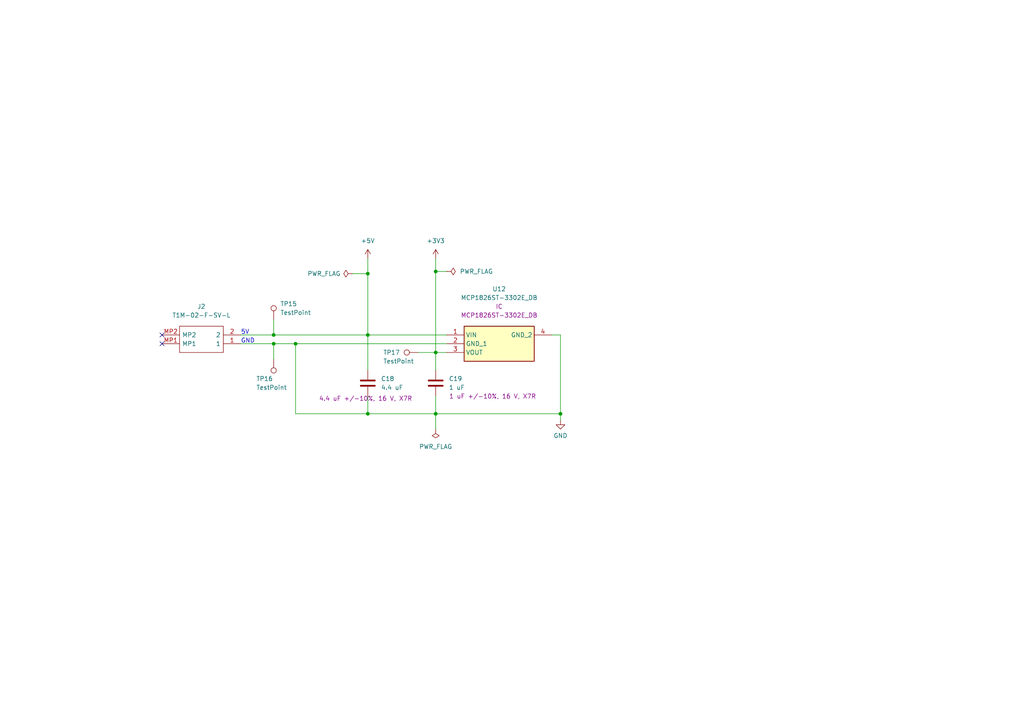
<source format=kicad_sch>
(kicad_sch
	(version 20231120)
	(generator "eeschema")
	(generator_version "8.0")
	(uuid "c0009a89-bd8a-4456-a0a8-3b0eb8282ac9")
	(paper "A4")
	(lib_symbols
		(symbol "Connector:TestPoint"
			(pin_numbers hide)
			(pin_names
				(offset 0.762) hide)
			(exclude_from_sim no)
			(in_bom yes)
			(on_board yes)
			(property "Reference" "TP"
				(at 0 6.858 0)
				(effects
					(font
						(size 1.27 1.27)
					)
				)
			)
			(property "Value" "TestPoint"
				(at 0 5.08 0)
				(effects
					(font
						(size 1.27 1.27)
					)
				)
			)
			(property "Footprint" ""
				(at 5.08 0 0)
				(effects
					(font
						(size 1.27 1.27)
					)
					(hide yes)
				)
			)
			(property "Datasheet" "~"
				(at 5.08 0 0)
				(effects
					(font
						(size 1.27 1.27)
					)
					(hide yes)
				)
			)
			(property "Description" "test point"
				(at 0 0 0)
				(effects
					(font
						(size 1.27 1.27)
					)
					(hide yes)
				)
			)
			(property "ki_keywords" "test point tp"
				(at 0 0 0)
				(effects
					(font
						(size 1.27 1.27)
					)
					(hide yes)
				)
			)
			(property "ki_fp_filters" "Pin* Test*"
				(at 0 0 0)
				(effects
					(font
						(size 1.27 1.27)
					)
					(hide yes)
				)
			)
			(symbol "TestPoint_0_1"
				(circle
					(center 0 3.302)
					(radius 0.762)
					(stroke
						(width 0)
						(type default)
					)
					(fill
						(type none)
					)
				)
			)
			(symbol "TestPoint_1_1"
				(pin passive line
					(at 0 0 90)
					(length 2.54)
					(name "1"
						(effects
							(font
								(size 1.27 1.27)
							)
						)
					)
					(number "1"
						(effects
							(font
								(size 1.27 1.27)
							)
						)
					)
				)
			)
		)
		(symbol "Device:C"
			(pin_numbers hide)
			(pin_names
				(offset 0.254)
			)
			(exclude_from_sim no)
			(in_bom yes)
			(on_board yes)
			(property "Reference" "C"
				(at 0.635 2.54 0)
				(effects
					(font
						(size 1.27 1.27)
					)
					(justify left)
				)
			)
			(property "Value" "C"
				(at 0.635 -2.54 0)
				(effects
					(font
						(size 1.27 1.27)
					)
					(justify left)
				)
			)
			(property "Footprint" ""
				(at 0.9652 -3.81 0)
				(effects
					(font
						(size 1.27 1.27)
					)
					(hide yes)
				)
			)
			(property "Datasheet" "~"
				(at 0 0 0)
				(effects
					(font
						(size 1.27 1.27)
					)
					(hide yes)
				)
			)
			(property "Description" "Unpolarized capacitor"
				(at 0 0 0)
				(effects
					(font
						(size 1.27 1.27)
					)
					(hide yes)
				)
			)
			(property "ki_keywords" "cap capacitor"
				(at 0 0 0)
				(effects
					(font
						(size 1.27 1.27)
					)
					(hide yes)
				)
			)
			(property "ki_fp_filters" "C_*"
				(at 0 0 0)
				(effects
					(font
						(size 1.27 1.27)
					)
					(hide yes)
				)
			)
			(symbol "C_0_1"
				(polyline
					(pts
						(xy -2.032 -0.762) (xy 2.032 -0.762)
					)
					(stroke
						(width 0.508)
						(type default)
					)
					(fill
						(type none)
					)
				)
				(polyline
					(pts
						(xy -2.032 0.762) (xy 2.032 0.762)
					)
					(stroke
						(width 0.508)
						(type default)
					)
					(fill
						(type none)
					)
				)
			)
			(symbol "C_1_1"
				(pin passive line
					(at 0 3.81 270)
					(length 2.794)
					(name "~"
						(effects
							(font
								(size 1.27 1.27)
							)
						)
					)
					(number "1"
						(effects
							(font
								(size 1.27 1.27)
							)
						)
					)
				)
				(pin passive line
					(at 0 -3.81 90)
					(length 2.794)
					(name "~"
						(effects
							(font
								(size 1.27 1.27)
							)
						)
					)
					(number "2"
						(effects
							(font
								(size 1.27 1.27)
							)
						)
					)
				)
			)
		)
		(symbol "MCP1826ST-3302E_DB:MCP1826ST-3302E_DB"
			(exclude_from_sim no)
			(in_bom yes)
			(on_board yes)
			(property "Reference" ""
				(at 0 0 0)
				(effects
					(font
						(size 1.27 1.27)
					)
				)
			)
			(property "Value" "MCP1826ST-3302E_DB"
				(at 0 0 0)
				(effects
					(font
						(size 1.27 1.27)
					)
				)
			)
			(property "Footprint" ""
				(at 0 0 0)
				(effects
					(font
						(size 1.27 1.27)
					)
					(hide yes)
				)
			)
			(property "Datasheet" ""
				(at 0 0 0)
				(effects
					(font
						(size 1.27 1.27)
					)
					(hide yes)
				)
			)
			(property "Description" "MICROCHIP - MCP1826ST-3302E/DB - LDO, AEC-Q100, FIXED, 3.3V, 1A, SOT-223"
				(at 0 0 0)
				(effects
					(font
						(size 1.27 1.27)
					)
					(hide yes)
				)
			)
			(property "Reference_1" "IC"
				(at 26.67 7.62 0)
				(effects
					(font
						(size 1.27 1.27)
					)
					(justify left top)
				)
			)
			(property "Value_1" "MCP1826ST-3302E_DB"
				(at 26.67 5.08 0)
				(effects
					(font
						(size 1.27 1.27)
					)
					(justify left top)
				)
			)
			(property "Footprint_1" "SOT230P700X180-4N"
				(at 26.67 -94.92 0)
				(effects
					(font
						(size 1.27 1.27)
					)
					(justify left top)
					(hide yes)
				)
			)
			(property "Datasheet_1" "http://ww1.microchip.com/downloads/en/DeviceDoc/22057B.pdf"
				(at 26.67 -194.92 0)
				(effects
					(font
						(size 1.27 1.27)
					)
					(justify left top)
					(hide yes)
				)
			)
			(property "Height" "1.8"
				(at 26.67 -394.92 0)
				(effects
					(font
						(size 1.27 1.27)
					)
					(justify left top)
					(hide yes)
				)
			)
			(property "Manufacturer_Name" "Microchip"
				(at 26.67 -494.92 0)
				(effects
					(font
						(size 1.27 1.27)
					)
					(justify left top)
					(hide yes)
				)
			)
			(property "Manufacturer_Part_Number" "MCP1826ST-3302E/DB"
				(at 26.67 -594.92 0)
				(effects
					(font
						(size 1.27 1.27)
					)
					(justify left top)
					(hide yes)
				)
			)
			(property "Mouser Part Number" "579-MCP1826ST3302EDB"
				(at 26.67 -694.92 0)
				(effects
					(font
						(size 1.27 1.27)
					)
					(justify left top)
					(hide yes)
				)
			)
			(property "Mouser Price/Stock" "https://www.mouser.co.uk/ProductDetail/Microchip-Technology/MCP1826ST-3302E-DB?qs=gsqZ4L1luKonwDKtf8IO%252Bw%3D%3D"
				(at 26.67 -794.92 0)
				(effects
					(font
						(size 1.27 1.27)
					)
					(justify left top)
					(hide yes)
				)
			)
			(property "Arrow Part Number" "MCP1826ST-3302E/DB"
				(at 26.67 -894.92 0)
				(effects
					(font
						(size 1.27 1.27)
					)
					(justify left top)
					(hide yes)
				)
			)
			(property "Arrow Price/Stock" "https://www.arrow.com/en/products/mcp1826st-3302edb/microchip-technology?region=nac"
				(at 26.67 -994.92 0)
				(effects
					(font
						(size 1.27 1.27)
					)
					(justify left top)
					(hide yes)
				)
			)
			(symbol "MCP1826ST-3302E_DB_1_1"
				(rectangle
					(start 5.08 2.54)
					(end 25.4 -7.62)
					(stroke
						(width 0.254)
						(type default)
					)
					(fill
						(type background)
					)
				)
				(pin passive line
					(at 0 0 0)
					(length 5.08)
					(name "VIN"
						(effects
							(font
								(size 1.27 1.27)
							)
						)
					)
					(number "1"
						(effects
							(font
								(size 1.27 1.27)
							)
						)
					)
				)
				(pin passive line
					(at 0 -2.54 0)
					(length 5.08)
					(name "GND_1"
						(effects
							(font
								(size 1.27 1.27)
							)
						)
					)
					(number "2"
						(effects
							(font
								(size 1.27 1.27)
							)
						)
					)
				)
				(pin passive line
					(at 0 -5.08 0)
					(length 5.08)
					(name "VOUT"
						(effects
							(font
								(size 1.27 1.27)
							)
						)
					)
					(number "3"
						(effects
							(font
								(size 1.27 1.27)
							)
						)
					)
				)
				(pin passive line
					(at 30.48 0 180)
					(length 5.08)
					(name "GND_2"
						(effects
							(font
								(size 1.27 1.27)
							)
						)
					)
					(number "4"
						(effects
							(font
								(size 1.27 1.27)
							)
						)
					)
				)
			)
		)
		(symbol "T1M-02-F-SV-L:T1M-02-F-SV-L"
			(pin_names
				(offset 0.762)
			)
			(exclude_from_sim no)
			(in_bom yes)
			(on_board yes)
			(property "Reference" "J"
				(at 19.05 7.62 0)
				(effects
					(font
						(size 1.27 1.27)
					)
					(justify left)
				)
			)
			(property "Value" "T1M-02-F-SV-L"
				(at 19.05 5.08 0)
				(effects
					(font
						(size 1.27 1.27)
					)
					(justify left)
				)
			)
			(property "Footprint" "T1M02FSVL"
				(at 19.05 2.54 0)
				(effects
					(font
						(size 1.27 1.27)
					)
					(justify left)
					(hide yes)
				)
			)
			(property "Datasheet" "http://suddendocs.samtec.com/prints/t1m-xx-x-sv-l-x-mkt.pdf"
				(at 19.05 0 0)
				(effects
					(font
						(size 1.27 1.27)
					)
					(justify left)
					(hide yes)
				)
			)
			(property "Description" "2 Position, Discrete Wire Terminal Strip, 1.00 mm Pitch, Single-Row Vertical"
				(at 19.05 -2.54 0)
				(effects
					(font
						(size 1.27 1.27)
					)
					(justify left)
					(hide yes)
				)
			)
			(property "Height" ""
				(at 19.05 -5.08 0)
				(effects
					(font
						(size 1.27 1.27)
					)
					(justify left)
					(hide yes)
				)
			)
			(property "Manufacturer_Name" "SAMTEC"
				(at 19.05 -7.62 0)
				(effects
					(font
						(size 1.27 1.27)
					)
					(justify left)
					(hide yes)
				)
			)
			(property "Manufacturer_Part_Number" "T1M-02-F-SV-L"
				(at 19.05 -10.16 0)
				(effects
					(font
						(size 1.27 1.27)
					)
					(justify left)
					(hide yes)
				)
			)
			(property "Mouser Part Number" "200-T1M02FSVL"
				(at 19.05 -12.7 0)
				(effects
					(font
						(size 1.27 1.27)
					)
					(justify left)
					(hide yes)
				)
			)
			(property "Mouser Price/Stock" "https://www.mouser.co.uk/ProductDetail/Samtec/T1M-02-F-SV-L?qs=PB6%2FjmICvI1sADoWEyGXsA%3D%3D"
				(at 19.05 -15.24 0)
				(effects
					(font
						(size 1.27 1.27)
					)
					(justify left)
					(hide yes)
				)
			)
			(property "Arrow Part Number" "T1M-02-F-SV-L"
				(at 19.05 -17.78 0)
				(effects
					(font
						(size 1.27 1.27)
					)
					(justify left)
					(hide yes)
				)
			)
			(property "Arrow Price/Stock" "https://www.arrow.com/en/products/t1m-02-f-sv-l/samtec?region=europe"
				(at 19.05 -20.32 0)
				(effects
					(font
						(size 1.27 1.27)
					)
					(justify left)
					(hide yes)
				)
			)
			(property "Mouser Testing Part Number" ""
				(at 19.05 -22.86 0)
				(effects
					(font
						(size 1.27 1.27)
					)
					(justify left)
					(hide yes)
				)
			)
			(property "Mouser Testing Price/Stock" ""
				(at 19.05 -25.4 0)
				(effects
					(font
						(size 1.27 1.27)
					)
					(justify left)
					(hide yes)
				)
			)
			(symbol "T1M-02-F-SV-L_0_0"
				(pin passive line
					(at 0 0 0)
					(length 5.08)
					(name "1"
						(effects
							(font
								(size 1.27 1.27)
							)
						)
					)
					(number "1"
						(effects
							(font
								(size 1.27 1.27)
							)
						)
					)
				)
				(pin passive line
					(at 0 -2.54 0)
					(length 5.08)
					(name "2"
						(effects
							(font
								(size 1.27 1.27)
							)
						)
					)
					(number "2"
						(effects
							(font
								(size 1.27 1.27)
							)
						)
					)
				)
				(pin passive line
					(at 22.86 0 180)
					(length 5.08)
					(name "MP1"
						(effects
							(font
								(size 1.27 1.27)
							)
						)
					)
					(number "MP1"
						(effects
							(font
								(size 1.27 1.27)
							)
						)
					)
				)
				(pin passive line
					(at 22.86 -2.54 180)
					(length 5.08)
					(name "MP2"
						(effects
							(font
								(size 1.27 1.27)
							)
						)
					)
					(number "MP2"
						(effects
							(font
								(size 1.27 1.27)
							)
						)
					)
				)
			)
			(symbol "T1M-02-F-SV-L_0_1"
				(polyline
					(pts
						(xy 5.08 2.54) (xy 17.78 2.54) (xy 17.78 -5.08) (xy 5.08 -5.08) (xy 5.08 2.54)
					)
					(stroke
						(width 0.1524)
						(type default)
					)
					(fill
						(type none)
					)
				)
			)
		)
		(symbol "power:+3.3V"
			(power)
			(pin_names
				(offset 0)
			)
			(exclude_from_sim no)
			(in_bom yes)
			(on_board yes)
			(property "Reference" "#PWR"
				(at 0 -3.81 0)
				(effects
					(font
						(size 1.27 1.27)
					)
					(hide yes)
				)
			)
			(property "Value" "+3.3V"
				(at 0 3.556 0)
				(effects
					(font
						(size 1.27 1.27)
					)
				)
			)
			(property "Footprint" ""
				(at 0 0 0)
				(effects
					(font
						(size 1.27 1.27)
					)
					(hide yes)
				)
			)
			(property "Datasheet" ""
				(at 0 0 0)
				(effects
					(font
						(size 1.27 1.27)
					)
					(hide yes)
				)
			)
			(property "Description" "Power symbol creates a global label with name \"+3.3V\""
				(at 0 0 0)
				(effects
					(font
						(size 1.27 1.27)
					)
					(hide yes)
				)
			)
			(property "ki_keywords" "power-flag"
				(at 0 0 0)
				(effects
					(font
						(size 1.27 1.27)
					)
					(hide yes)
				)
			)
			(symbol "+3.3V_0_1"
				(polyline
					(pts
						(xy -0.762 1.27) (xy 0 2.54)
					)
					(stroke
						(width 0)
						(type default)
					)
					(fill
						(type none)
					)
				)
				(polyline
					(pts
						(xy 0 0) (xy 0 2.54)
					)
					(stroke
						(width 0)
						(type default)
					)
					(fill
						(type none)
					)
				)
				(polyline
					(pts
						(xy 0 2.54) (xy 0.762 1.27)
					)
					(stroke
						(width 0)
						(type default)
					)
					(fill
						(type none)
					)
				)
			)
			(symbol "+3.3V_1_1"
				(pin power_in line
					(at 0 0 90)
					(length 0) hide
					(name "+3V3"
						(effects
							(font
								(size 1.27 1.27)
							)
						)
					)
					(number "1"
						(effects
							(font
								(size 1.27 1.27)
							)
						)
					)
				)
			)
		)
		(symbol "power:+5V"
			(power)
			(pin_names
				(offset 0)
			)
			(exclude_from_sim no)
			(in_bom yes)
			(on_board yes)
			(property "Reference" "#PWR"
				(at 0 -3.81 0)
				(effects
					(font
						(size 1.27 1.27)
					)
					(hide yes)
				)
			)
			(property "Value" "+5V"
				(at 0 3.556 0)
				(effects
					(font
						(size 1.27 1.27)
					)
				)
			)
			(property "Footprint" ""
				(at 0 0 0)
				(effects
					(font
						(size 1.27 1.27)
					)
					(hide yes)
				)
			)
			(property "Datasheet" ""
				(at 0 0 0)
				(effects
					(font
						(size 1.27 1.27)
					)
					(hide yes)
				)
			)
			(property "Description" "Power symbol creates a global label with name \"+5V\""
				(at 0 0 0)
				(effects
					(font
						(size 1.27 1.27)
					)
					(hide yes)
				)
			)
			(property "ki_keywords" "power-flag"
				(at 0 0 0)
				(effects
					(font
						(size 1.27 1.27)
					)
					(hide yes)
				)
			)
			(symbol "+5V_0_1"
				(polyline
					(pts
						(xy -0.762 1.27) (xy 0 2.54)
					)
					(stroke
						(width 0)
						(type default)
					)
					(fill
						(type none)
					)
				)
				(polyline
					(pts
						(xy 0 0) (xy 0 2.54)
					)
					(stroke
						(width 0)
						(type default)
					)
					(fill
						(type none)
					)
				)
				(polyline
					(pts
						(xy 0 2.54) (xy 0.762 1.27)
					)
					(stroke
						(width 0)
						(type default)
					)
					(fill
						(type none)
					)
				)
			)
			(symbol "+5V_1_1"
				(pin power_in line
					(at 0 0 90)
					(length 0) hide
					(name "+5V"
						(effects
							(font
								(size 1.27 1.27)
							)
						)
					)
					(number "1"
						(effects
							(font
								(size 1.27 1.27)
							)
						)
					)
				)
			)
		)
		(symbol "power:GND"
			(power)
			(pin_names
				(offset 0)
			)
			(exclude_from_sim no)
			(in_bom yes)
			(on_board yes)
			(property "Reference" "#PWR"
				(at 0 -6.35 0)
				(effects
					(font
						(size 1.27 1.27)
					)
					(hide yes)
				)
			)
			(property "Value" "GND"
				(at 0 -3.81 0)
				(effects
					(font
						(size 1.27 1.27)
					)
				)
			)
			(property "Footprint" ""
				(at 0 0 0)
				(effects
					(font
						(size 1.27 1.27)
					)
					(hide yes)
				)
			)
			(property "Datasheet" ""
				(at 0 0 0)
				(effects
					(font
						(size 1.27 1.27)
					)
					(hide yes)
				)
			)
			(property "Description" "Power symbol creates a global label with name \"GND\" , ground"
				(at 0 0 0)
				(effects
					(font
						(size 1.27 1.27)
					)
					(hide yes)
				)
			)
			(property "ki_keywords" "power-flag"
				(at 0 0 0)
				(effects
					(font
						(size 1.27 1.27)
					)
					(hide yes)
				)
			)
			(symbol "GND_0_1"
				(polyline
					(pts
						(xy 0 0) (xy 0 -1.27) (xy 1.27 -1.27) (xy 0 -2.54) (xy -1.27 -1.27) (xy 0 -1.27)
					)
					(stroke
						(width 0)
						(type default)
					)
					(fill
						(type none)
					)
				)
			)
			(symbol "GND_1_1"
				(pin power_in line
					(at 0 0 270)
					(length 0) hide
					(name "GND"
						(effects
							(font
								(size 1.27 1.27)
							)
						)
					)
					(number "1"
						(effects
							(font
								(size 1.27 1.27)
							)
						)
					)
				)
			)
		)
		(symbol "power:PWR_FLAG"
			(power)
			(pin_numbers hide)
			(pin_names
				(offset 0) hide)
			(exclude_from_sim no)
			(in_bom yes)
			(on_board yes)
			(property "Reference" "#FLG"
				(at 0 1.905 0)
				(effects
					(font
						(size 1.27 1.27)
					)
					(hide yes)
				)
			)
			(property "Value" "PWR_FLAG"
				(at 0 3.81 0)
				(effects
					(font
						(size 1.27 1.27)
					)
				)
			)
			(property "Footprint" ""
				(at 0 0 0)
				(effects
					(font
						(size 1.27 1.27)
					)
					(hide yes)
				)
			)
			(property "Datasheet" "~"
				(at 0 0 0)
				(effects
					(font
						(size 1.27 1.27)
					)
					(hide yes)
				)
			)
			(property "Description" "Special symbol for telling ERC where power comes from"
				(at 0 0 0)
				(effects
					(font
						(size 1.27 1.27)
					)
					(hide yes)
				)
			)
			(property "ki_keywords" "power-flag"
				(at 0 0 0)
				(effects
					(font
						(size 1.27 1.27)
					)
					(hide yes)
				)
			)
			(symbol "PWR_FLAG_0_0"
				(pin power_out line
					(at 0 0 90)
					(length 0)
					(name "pwr"
						(effects
							(font
								(size 1.27 1.27)
							)
						)
					)
					(number "1"
						(effects
							(font
								(size 1.27 1.27)
							)
						)
					)
				)
			)
			(symbol "PWR_FLAG_0_1"
				(polyline
					(pts
						(xy 0 0) (xy 0 1.27) (xy -1.016 1.905) (xy 0 2.54) (xy 1.016 1.905) (xy 0 1.27)
					)
					(stroke
						(width 0)
						(type default)
					)
					(fill
						(type none)
					)
				)
			)
		)
	)
	(junction
		(at 126.365 78.74)
		(diameter 0)
		(color 0 0 0 0)
		(uuid "19f8158f-d6d3-4d6d-8064-6b4d0c73ad14")
	)
	(junction
		(at 79.375 97.155)
		(diameter 0)
		(color 0 0 0 0)
		(uuid "22300ef1-c330-42ad-ab4d-2c90c1812873")
	)
	(junction
		(at 85.725 99.695)
		(diameter 0)
		(color 0 0 0 0)
		(uuid "286cfbee-70f0-4746-b9ae-6f2ad2573abe")
	)
	(junction
		(at 106.68 120.015)
		(diameter 0)
		(color 0 0 0 0)
		(uuid "4c7d12ee-20de-4bb4-91cc-ac69e4097ed7")
	)
	(junction
		(at 106.68 79.375)
		(diameter 0)
		(color 0 0 0 0)
		(uuid "7832780f-338d-41a4-ba18-cbf546d70538")
	)
	(junction
		(at 79.375 99.695)
		(diameter 0)
		(color 0 0 0 0)
		(uuid "83262006-99f1-4521-b9d8-469b7b6bc630")
	)
	(junction
		(at 106.68 97.155)
		(diameter 0)
		(color 0 0 0 0)
		(uuid "867f80ac-cb85-4f6c-99cb-52b7c8a38048")
	)
	(junction
		(at 162.56 120.015)
		(diameter 0)
		(color 0 0 0 0)
		(uuid "a020f9dc-836c-409e-97bd-7a223b5af443")
	)
	(junction
		(at 126.365 120.015)
		(diameter 0)
		(color 0 0 0 0)
		(uuid "b1ac3414-e9df-466c-ba50-1795767da841")
	)
	(junction
		(at 126.365 102.235)
		(diameter 0)
		(color 0 0 0 0)
		(uuid "c9418dd2-d296-4879-bbab-ee6037f57f8c")
	)
	(no_connect
		(at 46.99 97.155)
		(uuid "048b1e95-eb16-4883-bcf5-2571bfe4ba48")
	)
	(no_connect
		(at 46.99 99.695)
		(uuid "048b1e95-eb16-4883-bcf5-2571bfe4ba49")
	)
	(wire
		(pts
			(xy 85.725 99.695) (xy 85.725 120.015)
		)
		(stroke
			(width 0)
			(type default)
		)
		(uuid "0d75b477-647b-414c-af35-3159460876fb")
	)
	(wire
		(pts
			(xy 85.725 120.015) (xy 106.68 120.015)
		)
		(stroke
			(width 0)
			(type default)
		)
		(uuid "11c8952a-721d-4db3-b99a-7012988e9533")
	)
	(wire
		(pts
			(xy 106.68 97.155) (xy 106.68 107.315)
		)
		(stroke
			(width 0)
			(type default)
		)
		(uuid "19769d86-7839-451c-be82-33230601bf30")
	)
	(wire
		(pts
			(xy 129.54 97.155) (xy 106.68 97.155)
		)
		(stroke
			(width 0)
			(type default)
		)
		(uuid "27442c07-9d72-4e98-b37f-e6faeb1916fa")
	)
	(wire
		(pts
			(xy 126.365 120.015) (xy 162.56 120.015)
		)
		(stroke
			(width 0)
			(type default)
		)
		(uuid "51a5204c-4d21-4621-9359-596227737078")
	)
	(wire
		(pts
			(xy 126.365 78.74) (xy 129.54 78.74)
		)
		(stroke
			(width 0)
			(type default)
		)
		(uuid "576bbe56-cd1a-48a8-861b-3c0d28a08cb6")
	)
	(wire
		(pts
			(xy 106.68 120.015) (xy 126.365 120.015)
		)
		(stroke
			(width 0)
			(type default)
		)
		(uuid "5ad7721f-6bbc-40fa-8d8b-56c0803acef3")
	)
	(wire
		(pts
			(xy 69.85 99.695) (xy 79.375 99.695)
		)
		(stroke
			(width 0)
			(type default)
		)
		(uuid "61552163-4761-4a1c-b2d6-fa35886f0193")
	)
	(wire
		(pts
			(xy 79.375 99.695) (xy 85.725 99.695)
		)
		(stroke
			(width 0)
			(type default)
		)
		(uuid "63ca3eb8-1c43-4534-b442-cc347f3420b5")
	)
	(wire
		(pts
			(xy 162.56 120.015) (xy 162.56 121.92)
		)
		(stroke
			(width 0)
			(type default)
		)
		(uuid "6af005ae-2199-491c-b385-53975bd00707")
	)
	(wire
		(pts
			(xy 126.365 74.93) (xy 126.365 78.74)
		)
		(stroke
			(width 0)
			(type default)
		)
		(uuid "7501a962-8e5d-4ea3-91b9-7719ef18df56")
	)
	(wire
		(pts
			(xy 121.285 102.235) (xy 126.365 102.235)
		)
		(stroke
			(width 0)
			(type default)
		)
		(uuid "76f26c96-acc0-4fbb-88b7-d6246db4ce5a")
	)
	(wire
		(pts
			(xy 126.365 120.015) (xy 126.365 124.46)
		)
		(stroke
			(width 0)
			(type default)
		)
		(uuid "784c0113-bcb4-43a3-b819-4ccc2eefaf84")
	)
	(wire
		(pts
			(xy 69.85 97.155) (xy 79.375 97.155)
		)
		(stroke
			(width 0)
			(type default)
		)
		(uuid "7b7b8aeb-77d2-4d79-b95a-375d15ddfec9")
	)
	(wire
		(pts
			(xy 162.56 97.155) (xy 162.56 120.015)
		)
		(stroke
			(width 0)
			(type default)
		)
		(uuid "8638485f-b884-4722-8f41-0b3f6dbabe91")
	)
	(wire
		(pts
			(xy 126.365 78.74) (xy 126.365 102.235)
		)
		(stroke
			(width 0)
			(type default)
		)
		(uuid "8a8cb474-8c0e-42c1-9164-749217bf8634")
	)
	(wire
		(pts
			(xy 85.725 99.695) (xy 129.54 99.695)
		)
		(stroke
			(width 0)
			(type default)
		)
		(uuid "8b049ad2-9a77-40c9-9fdc-2f1daa6532be")
	)
	(wire
		(pts
			(xy 106.68 114.935) (xy 106.68 120.015)
		)
		(stroke
			(width 0)
			(type default)
		)
		(uuid "8b30f696-6878-403d-8285-53c06b9a712d")
	)
	(wire
		(pts
			(xy 102.235 79.375) (xy 106.68 79.375)
		)
		(stroke
			(width 0)
			(type default)
		)
		(uuid "9e79bbae-ff61-447b-8ca7-eec90331873b")
	)
	(wire
		(pts
			(xy 126.365 114.935) (xy 126.365 120.015)
		)
		(stroke
			(width 0)
			(type default)
		)
		(uuid "a83148d1-a8c9-4417-aa66-abb61683e95a")
	)
	(wire
		(pts
			(xy 106.68 74.93) (xy 106.68 79.375)
		)
		(stroke
			(width 0)
			(type default)
		)
		(uuid "b0af8412-c61a-4edc-9f5f-3fa44413b97a")
	)
	(wire
		(pts
			(xy 106.68 79.375) (xy 106.68 97.155)
		)
		(stroke
			(width 0)
			(type default)
		)
		(uuid "b62f2b88-173b-4217-8629-3cf31ea7216c")
	)
	(wire
		(pts
			(xy 126.365 102.235) (xy 126.365 107.315)
		)
		(stroke
			(width 0)
			(type default)
		)
		(uuid "bea6fa53-e24e-485a-b5f5-1a4bc2e6ef74")
	)
	(wire
		(pts
			(xy 160.02 97.155) (xy 162.56 97.155)
		)
		(stroke
			(width 0)
			(type default)
		)
		(uuid "d3a01f2f-17da-42e1-876e-228039c04dea")
	)
	(wire
		(pts
			(xy 126.365 102.235) (xy 129.54 102.235)
		)
		(stroke
			(width 0)
			(type default)
		)
		(uuid "de19a608-e2a1-4b9f-ba18-4da771232d5b")
	)
	(wire
		(pts
			(xy 79.375 99.695) (xy 79.375 104.14)
		)
		(stroke
			(width 0)
			(type default)
		)
		(uuid "ee850cee-5300-47d6-8a44-904b4583a487")
	)
	(wire
		(pts
			(xy 79.375 97.155) (xy 106.68 97.155)
		)
		(stroke
			(width 0)
			(type default)
		)
		(uuid "f0e38303-a704-4050-a14a-555492e34434")
	)
	(wire
		(pts
			(xy 79.375 92.71) (xy 79.375 97.155)
		)
		(stroke
			(width 0)
			(type default)
		)
		(uuid "f8a01b0d-a735-41f9-af7d-3d27e14ca5ba")
	)
	(text "GND"
		(exclude_from_sim no)
		(at 69.85 99.695 0)
		(effects
			(font
				(size 1.27 1.27)
			)
			(justify left bottom)
		)
		(uuid "57c00191-96e3-4a86-95da-4b54d1f205a8")
	)
	(text "5V"
		(exclude_from_sim no)
		(at 69.85 97.155 0)
		(effects
			(font
				(size 1.27 1.27)
			)
			(justify left bottom)
		)
		(uuid "b43718f5-dc30-40be-9253-c06344cd48d2")
	)
	(symbol
		(lib_id "Device:C")
		(at 106.68 111.125 0)
		(unit 1)
		(exclude_from_sim no)
		(in_bom yes)
		(on_board yes)
		(dnp no)
		(uuid "0c51fc09-0725-4c17-af5c-45d2d054e19a")
		(property "Reference" "C18"
			(at 110.49 109.8549 0)
			(effects
				(font
					(size 1.27 1.27)
				)
				(justify left)
			)
		)
		(property "Value" "4.4 uF"
			(at 110.49 112.3949 0)
			(effects
				(font
					(size 1.27 1.27)
				)
				(justify left)
			)
		)
		(property "Footprint" "Capacitor_SMD:C_0805_2012Metric"
			(at 107.6452 114.935 0)
			(effects
				(font
					(size 1.27 1.27)
				)
				(hide yes)
			)
		)
		(property "Datasheet" "~"
			(at 106.68 111.125 0)
			(effects
				(font
					(size 1.27 1.27)
				)
				(hide yes)
			)
		)
		(property "Description" ""
			(at 106.68 111.125 0)
			(effects
				(font
					(size 1.27 1.27)
				)
				(hide yes)
			)
		)
		(property "Reference_1" "4.4 uF +/-10%, 16 V, X7R"
			(at 106.045 115.57 0)
			(effects
				(font
					(size 1.27 1.27)
				)
			)
		)
		(pin "1"
			(uuid "1ff11334-d0e3-48af-89bc-7afd1d32b7c5")
		)
		(pin "2"
			(uuid "2e000977-e9ed-401e-801b-f993f997d556")
		)
		(instances
			(project ""
				(path "/999a9de1-b184-4a7a-88ce-e26d61a272e3/3140b740-3fe6-410a-a480-1e05788b1574"
					(reference "C18")
					(unit 1)
				)
			)
		)
	)
	(symbol
		(lib_id "Connector:TestPoint")
		(at 79.375 92.71 0)
		(unit 1)
		(exclude_from_sim no)
		(in_bom yes)
		(on_board yes)
		(dnp no)
		(fields_autoplaced yes)
		(uuid "23571ebb-532c-4891-ad2a-c6e15c4f2b9d")
		(property "Reference" "TP15"
			(at 81.28 88.1379 0)
			(effects
				(font
					(size 1.27 1.27)
				)
				(justify left)
			)
		)
		(property "Value" "TestPoint"
			(at 81.28 90.6779 0)
			(effects
				(font
					(size 1.27 1.27)
				)
				(justify left)
			)
		)
		(property "Footprint" "TestPoint:TestPoint_Pad_D1.5mm"
			(at 84.455 92.71 0)
			(effects
				(font
					(size 1.27 1.27)
				)
				(hide yes)
			)
		)
		(property "Datasheet" "~"
			(at 84.455 92.71 0)
			(effects
				(font
					(size 1.27 1.27)
				)
				(hide yes)
			)
		)
		(property "Description" ""
			(at 79.375 92.71 0)
			(effects
				(font
					(size 1.27 1.27)
				)
				(hide yes)
			)
		)
		(pin "1"
			(uuid "144f5425-28ea-4145-bbe2-b6afa42770c3")
		)
		(instances
			(project ""
				(path "/999a9de1-b184-4a7a-88ce-e26d61a272e3/3140b740-3fe6-410a-a480-1e05788b1574"
					(reference "TP15")
					(unit 1)
				)
			)
		)
	)
	(symbol
		(lib_id "Connector:TestPoint")
		(at 121.285 102.235 90)
		(unit 1)
		(exclude_from_sim no)
		(in_bom yes)
		(on_board yes)
		(dnp no)
		(uuid "3c5bea5c-c6ac-4a73-83a6-b564d5aa6f77")
		(property "Reference" "TP17"
			(at 111.125 102.235 90)
			(effects
				(font
					(size 1.27 1.27)
				)
				(justify right)
			)
		)
		(property "Value" "TestPoint"
			(at 111.125 104.775 90)
			(effects
				(font
					(size 1.27 1.27)
				)
				(justify right)
			)
		)
		(property "Footprint" "TestPoint:TestPoint_Pad_D1.5mm"
			(at 121.285 97.155 0)
			(effects
				(font
					(size 1.27 1.27)
				)
				(hide yes)
			)
		)
		(property "Datasheet" "~"
			(at 121.285 97.155 0)
			(effects
				(font
					(size 1.27 1.27)
				)
				(hide yes)
			)
		)
		(property "Description" ""
			(at 121.285 102.235 0)
			(effects
				(font
					(size 1.27 1.27)
				)
				(hide yes)
			)
		)
		(pin "1"
			(uuid "78a9e0e3-e439-4026-9249-aa199d388083")
		)
		(instances
			(project ""
				(path "/999a9de1-b184-4a7a-88ce-e26d61a272e3/3140b740-3fe6-410a-a480-1e05788b1574"
					(reference "TP17")
					(unit 1)
				)
			)
		)
	)
	(symbol
		(lib_id "power:GND")
		(at 162.56 121.92 0)
		(unit 1)
		(exclude_from_sim no)
		(in_bom yes)
		(on_board yes)
		(dnp no)
		(fields_autoplaced yes)
		(uuid "41d73ad4-0448-45e9-91c2-ed84babdd7eb")
		(property "Reference" "#PWR023"
			(at 162.56 128.27 0)
			(effects
				(font
					(size 1.27 1.27)
				)
				(hide yes)
			)
		)
		(property "Value" "GND"
			(at 162.56 126.365 0)
			(effects
				(font
					(size 1.27 1.27)
				)
			)
		)
		(property "Footprint" ""
			(at 162.56 121.92 0)
			(effects
				(font
					(size 1.27 1.27)
				)
				(hide yes)
			)
		)
		(property "Datasheet" ""
			(at 162.56 121.92 0)
			(effects
				(font
					(size 1.27 1.27)
				)
				(hide yes)
			)
		)
		(property "Description" ""
			(at 162.56 121.92 0)
			(effects
				(font
					(size 1.27 1.27)
				)
				(hide yes)
			)
		)
		(pin "1"
			(uuid "f64859eb-bf49-4973-af4a-6a39b719d557")
		)
		(instances
			(project ""
				(path "/999a9de1-b184-4a7a-88ce-e26d61a272e3/3140b740-3fe6-410a-a480-1e05788b1574"
					(reference "#PWR023")
					(unit 1)
				)
			)
		)
	)
	(symbol
		(lib_id "MCP1826ST-3302E_DB:MCP1826ST-3302E_DB")
		(at 129.54 97.155 0)
		(unit 1)
		(exclude_from_sim no)
		(in_bom yes)
		(on_board yes)
		(dnp no)
		(fields_autoplaced yes)
		(uuid "4b1d045f-870a-4a91-b2ed-cb6f14ef6741")
		(property "Reference" "U12"
			(at 144.78 83.82 0)
			(effects
				(font
					(size 1.27 1.27)
				)
			)
		)
		(property "Value" "MCP1826ST-3302E_DB"
			(at 144.78 86.36 0)
			(effects
				(font
					(size 1.27 1.27)
				)
			)
		)
		(property "Footprint" "MCP1826ST-3302E_DB:SOT230P700X180-4N"
			(at 129.54 97.155 0)
			(effects
				(font
					(size 1.27 1.27)
				)
				(hide yes)
			)
		)
		(property "Datasheet" "https://4donline.ihs.com/images/VipMasterIC/IC/MCHP/MCHP-S-A0019340516/MCHP-S-A0019427962-1.pdf?hkey=EF798316E3902B6ED9A73243A3159BB0"
			(at 129.54 97.155 0)
			(effects
				(font
					(size 1.27 1.27)
				)
				(hide yes)
			)
		)
		(property "Description" ""
			(at 129.54 97.155 0)
			(effects
				(font
					(size 1.27 1.27)
				)
				(hide yes)
			)
		)
		(property "Reference_1" "IC"
			(at 144.78 88.9 0)
			(effects
				(font
					(size 1.27 1.27)
				)
			)
		)
		(property "Value_1" "MCP1826ST-3302E_DB"
			(at 144.78 91.44 0)
			(effects
				(font
					(size 1.27 1.27)
				)
			)
		)
		(property "Footprint_1" "SOT230P700X180-4N"
			(at 156.21 192.075 0)
			(effects
				(font
					(size 1.27 1.27)
				)
				(justify left top)
				(hide yes)
			)
		)
		(property "Datasheet_1" "http://ww1.microchip.com/downloads/en/DeviceDoc/22057B.pdf"
			(at 156.21 292.075 0)
			(effects
				(font
					(size 1.27 1.27)
				)
				(justify left top)
				(hide yes)
			)
		)
		(property "Height" "1.8"
			(at 156.21 492.075 0)
			(effects
				(font
					(size 1.27 1.27)
				)
				(justify left top)
				(hide yes)
			)
		)
		(property "Manufacturer_Name" "Microchip"
			(at 156.21 592.075 0)
			(effects
				(font
					(size 1.27 1.27)
				)
				(justify left top)
				(hide yes)
			)
		)
		(property "Manufacturer_Part_Number" "MCP1826ST-3302E/DB"
			(at 156.21 692.075 0)
			(effects
				(font
					(size 1.27 1.27)
				)
				(justify left top)
				(hide yes)
			)
		)
		(property "Mouser Part Number" "579-MCP1826ST3302EDB"
			(at 156.21 792.075 0)
			(effects
				(font
					(size 1.27 1.27)
				)
				(justify left top)
				(hide yes)
			)
		)
		(property "Mouser Price/Stock" "https://www.mouser.co.uk/ProductDetail/Microchip-Technology/MCP1826ST-3302E-DB?qs=gsqZ4L1luKonwDKtf8IO%252Bw%3D%3D"
			(at 156.21 892.075 0)
			(effects
				(font
					(size 1.27 1.27)
				)
				(justify left top)
				(hide yes)
			)
		)
		(property "Arrow Part Number" "MCP1826ST-3302E/DB"
			(at 156.21 992.075 0)
			(effects
				(font
					(size 1.27 1.27)
				)
				(justify left top)
				(hide yes)
			)
		)
		(property "Arrow Price/Stock" "https://www.arrow.com/en/products/mcp1826st-3302edb/microchip-technology?region=nac"
			(at 156.21 1092.075 0)
			(effects
				(font
					(size 1.27 1.27)
				)
				(justify left top)
				(hide yes)
			)
		)
		(pin "1"
			(uuid "d10279e2-e949-4771-b592-2d04e6d734be")
		)
		(pin "2"
			(uuid "b0c740cf-352e-4bc2-8774-c584f7fe6d04")
		)
		(pin "3"
			(uuid "75eee6a3-0b9b-48a7-a5a8-acf865dfb29d")
		)
		(pin "4"
			(uuid "617754b9-2f75-4638-a772-5f1874d6e516")
		)
		(instances
			(project ""
				(path "/999a9de1-b184-4a7a-88ce-e26d61a272e3/3140b740-3fe6-410a-a480-1e05788b1574"
					(reference "U12")
					(unit 1)
				)
			)
		)
	)
	(symbol
		(lib_id "power:PWR_FLAG")
		(at 126.365 124.46 180)
		(unit 1)
		(exclude_from_sim no)
		(in_bom yes)
		(on_board yes)
		(dnp no)
		(fields_autoplaced yes)
		(uuid "59035438-b622-4a0c-a28a-c9a160974b00")
		(property "Reference" "#FLG02"
			(at 126.365 126.365 0)
			(effects
				(font
					(size 1.27 1.27)
				)
				(hide yes)
			)
		)
		(property "Value" "PWR_FLAG"
			(at 126.365 129.54 0)
			(effects
				(font
					(size 1.27 1.27)
				)
			)
		)
		(property "Footprint" ""
			(at 126.365 124.46 0)
			(effects
				(font
					(size 1.27 1.27)
				)
				(hide yes)
			)
		)
		(property "Datasheet" "~"
			(at 126.365 124.46 0)
			(effects
				(font
					(size 1.27 1.27)
				)
				(hide yes)
			)
		)
		(property "Description" ""
			(at 126.365 124.46 0)
			(effects
				(font
					(size 1.27 1.27)
				)
				(hide yes)
			)
		)
		(pin "1"
			(uuid "afcff16a-cfac-4772-b6a0-0c14e1f24d09")
		)
		(instances
			(project ""
				(path "/999a9de1-b184-4a7a-88ce-e26d61a272e3/3140b740-3fe6-410a-a480-1e05788b1574"
					(reference "#FLG02")
					(unit 1)
				)
			)
		)
	)
	(symbol
		(lib_id "power:PWR_FLAG")
		(at 102.235 79.375 90)
		(unit 1)
		(exclude_from_sim no)
		(in_bom yes)
		(on_board yes)
		(dnp no)
		(uuid "703a8249-2b6a-4064-87c6-c15b9221928e")
		(property "Reference" "#FLG01"
			(at 100.33 79.375 0)
			(effects
				(font
					(size 1.27 1.27)
				)
				(hide yes)
			)
		)
		(property "Value" "PWR_FLAG"
			(at 93.98 79.375 90)
			(effects
				(font
					(size 1.27 1.27)
				)
			)
		)
		(property "Footprint" ""
			(at 102.235 79.375 0)
			(effects
				(font
					(size 1.27 1.27)
				)
				(hide yes)
			)
		)
		(property "Datasheet" "~"
			(at 102.235 79.375 0)
			(effects
				(font
					(size 1.27 1.27)
				)
				(hide yes)
			)
		)
		(property "Description" ""
			(at 102.235 79.375 0)
			(effects
				(font
					(size 1.27 1.27)
				)
				(hide yes)
			)
		)
		(pin "1"
			(uuid "ed89087e-2247-41ed-a89e-944012d66be9")
		)
		(instances
			(project ""
				(path "/999a9de1-b184-4a7a-88ce-e26d61a272e3/3140b740-3fe6-410a-a480-1e05788b1574"
					(reference "#FLG01")
					(unit 1)
				)
			)
		)
	)
	(symbol
		(lib_id "T1M-02-F-SV-L:T1M-02-F-SV-L")
		(at 69.85 99.695 180)
		(unit 1)
		(exclude_from_sim no)
		(in_bom yes)
		(on_board yes)
		(dnp no)
		(fields_autoplaced yes)
		(uuid "7d771c79-69b9-44cf-8a30-2e4b881616d0")
		(property "Reference" "J2"
			(at 58.42 88.9 0)
			(effects
				(font
					(size 1.27 1.27)
				)
			)
		)
		(property "Value" "T1M-02-F-SV-L"
			(at 58.42 91.44 0)
			(effects
				(font
					(size 1.27 1.27)
				)
			)
		)
		(property "Footprint" "T1M-02-F-SV-L:T1M02FSVL"
			(at 50.8 102.235 0)
			(effects
				(font
					(size 1.27 1.27)
				)
				(justify left)
				(hide yes)
			)
		)
		(property "Datasheet" "http://suddendocs.samtec.com/prints/t1m-xx-x-sv-l-x-mkt.pdf"
			(at 50.8 99.695 0)
			(effects
				(font
					(size 1.27 1.27)
				)
				(justify left)
				(hide yes)
			)
		)
		(property "Description" "2 Position, Discrete Wire Terminal Strip, 1.00 mm Pitch, Single-Row Vertical"
			(at 50.8 97.155 0)
			(effects
				(font
					(size 1.27 1.27)
				)
				(justify left)
				(hide yes)
			)
		)
		(property "Height" ""
			(at 50.8 94.615 0)
			(effects
				(font
					(size 1.27 1.27)
				)
				(justify left)
				(hide yes)
			)
		)
		(property "Manufacturer_Name" "SAMTEC"
			(at 50.8 92.075 0)
			(effects
				(font
					(size 1.27 1.27)
				)
				(justify left)
				(hide yes)
			)
		)
		(property "Manufacturer_Part_Number" "T1M-02-F-SV-L"
			(at 50.8 89.535 0)
			(effects
				(font
					(size 1.27 1.27)
				)
				(justify left)
				(hide yes)
			)
		)
		(property "Mouser Part Number" "200-T1M02FSVL"
			(at 50.8 86.995 0)
			(effects
				(font
					(size 1.27 1.27)
				)
				(justify left)
				(hide yes)
			)
		)
		(property "Mouser Price/Stock" "https://www.mouser.co.uk/ProductDetail/Samtec/T1M-02-F-SV-L?qs=PB6%2FjmICvI1sADoWEyGXsA%3D%3D"
			(at 50.8 84.455 0)
			(effects
				(font
					(size 1.27 1.27)
				)
				(justify left)
				(hide yes)
			)
		)
		(property "Arrow Part Number" "T1M-02-F-SV-L"
			(at 50.8 81.915 0)
			(effects
				(font
					(size 1.27 1.27)
				)
				(justify left)
				(hide yes)
			)
		)
		(property "Arrow Price/Stock" "https://www.arrow.com/en/products/t1m-02-f-sv-l/samtec?region=europe"
			(at 50.8 79.375 0)
			(effects
				(font
					(size 1.27 1.27)
				)
				(justify left)
				(hide yes)
			)
		)
		(property "Mouser Testing Part Number" ""
			(at 50.8 76.835 0)
			(effects
				(font
					(size 1.27 1.27)
				)
				(justify left)
				(hide yes)
			)
		)
		(property "Mouser Testing Price/Stock" ""
			(at 50.8 74.295 0)
			(effects
				(font
					(size 1.27 1.27)
				)
				(justify left)
				(hide yes)
			)
		)
		(pin "1"
			(uuid "0ed2c522-4880-4d3f-8775-c721b73ac83a")
		)
		(pin "2"
			(uuid "b9846ae7-9448-49ab-ad9b-3f7eade4f22a")
		)
		(pin "MP1"
			(uuid "2cacb61d-f683-4e6b-964f-8eb4500c3a8b")
		)
		(pin "MP2"
			(uuid "10e399a0-6670-47cd-a2cd-45bd8d5ad458")
		)
		(instances
			(project ""
				(path "/999a9de1-b184-4a7a-88ce-e26d61a272e3/3140b740-3fe6-410a-a480-1e05788b1574"
					(reference "J2")
					(unit 1)
				)
			)
		)
	)
	(symbol
		(lib_id "power:+3.3V")
		(at 126.365 74.93 0)
		(unit 1)
		(exclude_from_sim no)
		(in_bom yes)
		(on_board yes)
		(dnp no)
		(fields_autoplaced yes)
		(uuid "d16fd205-edc3-42bc-9ba2-5e0343505919")
		(property "Reference" "#PWR022"
			(at 126.365 78.74 0)
			(effects
				(font
					(size 1.27 1.27)
				)
				(hide yes)
			)
		)
		(property "Value" "+3V3"
			(at 126.365 69.85 0)
			(effects
				(font
					(size 1.27 1.27)
				)
			)
		)
		(property "Footprint" ""
			(at 126.365 74.93 0)
			(effects
				(font
					(size 1.27 1.27)
				)
				(hide yes)
			)
		)
		(property "Datasheet" ""
			(at 126.365 74.93 0)
			(effects
				(font
					(size 1.27 1.27)
				)
				(hide yes)
			)
		)
		(property "Description" ""
			(at 126.365 74.93 0)
			(effects
				(font
					(size 1.27 1.27)
				)
				(hide yes)
			)
		)
		(pin "1"
			(uuid "671b8c92-bb44-415d-9702-53e0851cb184")
		)
		(instances
			(project ""
				(path "/999a9de1-b184-4a7a-88ce-e26d61a272e3/3140b740-3fe6-410a-a480-1e05788b1574"
					(reference "#PWR022")
					(unit 1)
				)
			)
		)
	)
	(symbol
		(lib_id "power:+5V")
		(at 106.68 74.93 0)
		(unit 1)
		(exclude_from_sim no)
		(in_bom yes)
		(on_board yes)
		(dnp no)
		(fields_autoplaced yes)
		(uuid "d385ebb9-fe43-4fe3-ae5a-b83665559f7f")
		(property "Reference" "#PWR021"
			(at 106.68 78.74 0)
			(effects
				(font
					(size 1.27 1.27)
				)
				(hide yes)
			)
		)
		(property "Value" "+5V"
			(at 106.68 69.85 0)
			(effects
				(font
					(size 1.27 1.27)
				)
			)
		)
		(property "Footprint" ""
			(at 106.68 74.93 0)
			(effects
				(font
					(size 1.27 1.27)
				)
				(hide yes)
			)
		)
		(property "Datasheet" ""
			(at 106.68 74.93 0)
			(effects
				(font
					(size 1.27 1.27)
				)
				(hide yes)
			)
		)
		(property "Description" ""
			(at 106.68 74.93 0)
			(effects
				(font
					(size 1.27 1.27)
				)
				(hide yes)
			)
		)
		(pin "1"
			(uuid "fa037034-51bf-4afe-8337-26cf6a6ef5cb")
		)
		(instances
			(project ""
				(path "/999a9de1-b184-4a7a-88ce-e26d61a272e3/3140b740-3fe6-410a-a480-1e05788b1574"
					(reference "#PWR021")
					(unit 1)
				)
			)
		)
	)
	(symbol
		(lib_id "Device:C")
		(at 126.365 111.125 0)
		(unit 1)
		(exclude_from_sim no)
		(in_bom yes)
		(on_board yes)
		(dnp no)
		(uuid "f09638a8-8d27-48c3-9013-2c8b89dfe522")
		(property "Reference" "C19"
			(at 130.175 109.8549 0)
			(effects
				(font
					(size 1.27 1.27)
				)
				(justify left)
			)
		)
		(property "Value" "1 uF"
			(at 130.175 112.3949 0)
			(effects
				(font
					(size 1.27 1.27)
				)
				(justify left)
			)
		)
		(property "Footprint" "Capacitor_SMD:C_0805_2012Metric"
			(at 127.3302 114.935 0)
			(effects
				(font
					(size 1.27 1.27)
				)
				(hide yes)
			)
		)
		(property "Datasheet" "~"
			(at 126.365 111.125 0)
			(effects
				(font
					(size 1.27 1.27)
				)
				(hide yes)
			)
		)
		(property "Description" ""
			(at 126.365 111.125 0)
			(effects
				(font
					(size 1.27 1.27)
				)
				(hide yes)
			)
		)
		(property "Reference_1" "1 uF +/-10%, 16 V, X7R"
			(at 142.875 114.935 0)
			(effects
				(font
					(size 1.27 1.27)
				)
			)
		)
		(pin "1"
			(uuid "a20cadc2-2d45-41e8-a335-8e35cde099c5")
		)
		(pin "2"
			(uuid "c24cc823-7e3f-4493-a5cf-05bf12ee9053")
		)
		(instances
			(project ""
				(path "/999a9de1-b184-4a7a-88ce-e26d61a272e3/3140b740-3fe6-410a-a480-1e05788b1574"
					(reference "C19")
					(unit 1)
				)
			)
		)
	)
	(symbol
		(lib_id "power:PWR_FLAG")
		(at 129.54 78.74 270)
		(unit 1)
		(exclude_from_sim no)
		(in_bom yes)
		(on_board yes)
		(dnp no)
		(fields_autoplaced yes)
		(uuid "f52d48a2-335a-4256-96ba-be15877cfc0c")
		(property "Reference" "#FLG03"
			(at 131.445 78.74 0)
			(effects
				(font
					(size 1.27 1.27)
				)
				(hide yes)
			)
		)
		(property "Value" "PWR_FLAG"
			(at 133.35 78.7399 90)
			(effects
				(font
					(size 1.27 1.27)
				)
				(justify left)
			)
		)
		(property "Footprint" ""
			(at 129.54 78.74 0)
			(effects
				(font
					(size 1.27 1.27)
				)
				(hide yes)
			)
		)
		(property "Datasheet" "~"
			(at 129.54 78.74 0)
			(effects
				(font
					(size 1.27 1.27)
				)
				(hide yes)
			)
		)
		(property "Description" ""
			(at 129.54 78.74 0)
			(effects
				(font
					(size 1.27 1.27)
				)
				(hide yes)
			)
		)
		(pin "1"
			(uuid "6a94f2b1-f5ca-446b-aeb9-52c03ed834fa")
		)
		(instances
			(project ""
				(path "/999a9de1-b184-4a7a-88ce-e26d61a272e3/3140b740-3fe6-410a-a480-1e05788b1574"
					(reference "#FLG03")
					(unit 1)
				)
			)
		)
	)
	(symbol
		(lib_id "Connector:TestPoint")
		(at 79.375 104.14 180)
		(unit 1)
		(exclude_from_sim no)
		(in_bom yes)
		(on_board yes)
		(dnp no)
		(uuid "f853619d-40f6-4e78-ba22-4a54a80c0e30")
		(property "Reference" "TP16"
			(at 74.295 109.855 0)
			(effects
				(font
					(size 1.27 1.27)
				)
				(justify right)
			)
		)
		(property "Value" "TestPoint"
			(at 74.295 112.395 0)
			(effects
				(font
					(size 1.27 1.27)
				)
				(justify right)
			)
		)
		(property "Footprint" "TestPoint:TestPoint_Pad_D1.5mm"
			(at 74.295 104.14 0)
			(effects
				(font
					(size 1.27 1.27)
				)
				(hide yes)
			)
		)
		(property "Datasheet" "~"
			(at 74.295 104.14 0)
			(effects
				(font
					(size 1.27 1.27)
				)
				(hide yes)
			)
		)
		(property "Description" ""
			(at 79.375 104.14 0)
			(effects
				(font
					(size 1.27 1.27)
				)
				(hide yes)
			)
		)
		(pin "1"
			(uuid "a6dce0a8-a70f-40a4-a205-7dc47b62b50e")
		)
		(instances
			(project ""
				(path "/999a9de1-b184-4a7a-88ce-e26d61a272e3/3140b740-3fe6-410a-a480-1e05788b1574"
					(reference "TP16")
					(unit 1)
				)
			)
		)
	)
)

</source>
